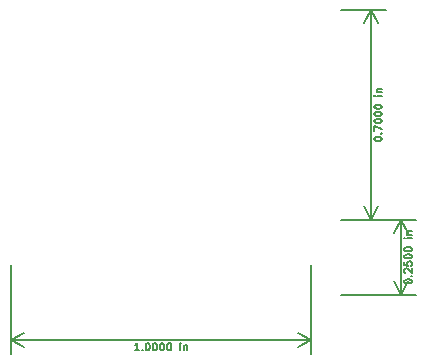
<source format=gbr>
G04 #@! TF.FileFunction,Drawing*
%FSLAX46Y46*%
G04 Gerber Fmt 4.6, Leading zero omitted, Abs format (unit mm)*
G04 Created by KiCad (PCBNEW 4.0.0-rc1-stable) date 10/19/2015 11:16:31 PM*
%MOMM*%
G01*
G04 APERTURE LIST*
%ADD10C,0.100000*%
%ADD11C,0.152400*%
G04 APERTURE END LIST*
D10*
D11*
X137840357Y-134259562D02*
X137477499Y-134259562D01*
X137658928Y-134259562D02*
X137658928Y-133624562D01*
X137598452Y-133715276D01*
X137537976Y-133775752D01*
X137477499Y-133805990D01*
X138112499Y-134199086D02*
X138142738Y-134229324D01*
X138112499Y-134259562D01*
X138082261Y-134229324D01*
X138112499Y-134199086D01*
X138112499Y-134259562D01*
X138535833Y-133624562D02*
X138596309Y-133624562D01*
X138656785Y-133654800D01*
X138687023Y-133685038D01*
X138717261Y-133745514D01*
X138747500Y-133866467D01*
X138747500Y-134017657D01*
X138717261Y-134138610D01*
X138687023Y-134199086D01*
X138656785Y-134229324D01*
X138596309Y-134259562D01*
X138535833Y-134259562D01*
X138475357Y-134229324D01*
X138445119Y-134199086D01*
X138414880Y-134138610D01*
X138384642Y-134017657D01*
X138384642Y-133866467D01*
X138414880Y-133745514D01*
X138445119Y-133685038D01*
X138475357Y-133654800D01*
X138535833Y-133624562D01*
X139140595Y-133624562D02*
X139201071Y-133624562D01*
X139261547Y-133654800D01*
X139291785Y-133685038D01*
X139322023Y-133745514D01*
X139352262Y-133866467D01*
X139352262Y-134017657D01*
X139322023Y-134138610D01*
X139291785Y-134199086D01*
X139261547Y-134229324D01*
X139201071Y-134259562D01*
X139140595Y-134259562D01*
X139080119Y-134229324D01*
X139049881Y-134199086D01*
X139019642Y-134138610D01*
X138989404Y-134017657D01*
X138989404Y-133866467D01*
X139019642Y-133745514D01*
X139049881Y-133685038D01*
X139080119Y-133654800D01*
X139140595Y-133624562D01*
X139745357Y-133624562D02*
X139805833Y-133624562D01*
X139866309Y-133654800D01*
X139896547Y-133685038D01*
X139926785Y-133745514D01*
X139957024Y-133866467D01*
X139957024Y-134017657D01*
X139926785Y-134138610D01*
X139896547Y-134199086D01*
X139866309Y-134229324D01*
X139805833Y-134259562D01*
X139745357Y-134259562D01*
X139684881Y-134229324D01*
X139654643Y-134199086D01*
X139624404Y-134138610D01*
X139594166Y-134017657D01*
X139594166Y-133866467D01*
X139624404Y-133745514D01*
X139654643Y-133685038D01*
X139684881Y-133654800D01*
X139745357Y-133624562D01*
X140350119Y-133624562D02*
X140410595Y-133624562D01*
X140471071Y-133654800D01*
X140501309Y-133685038D01*
X140531547Y-133745514D01*
X140561786Y-133866467D01*
X140561786Y-134017657D01*
X140531547Y-134138610D01*
X140501309Y-134199086D01*
X140471071Y-134229324D01*
X140410595Y-134259562D01*
X140350119Y-134259562D01*
X140289643Y-134229324D01*
X140259405Y-134199086D01*
X140229166Y-134138610D01*
X140198928Y-134017657D01*
X140198928Y-133866467D01*
X140229166Y-133745514D01*
X140259405Y-133685038D01*
X140289643Y-133654800D01*
X140350119Y-133624562D01*
X141317738Y-134259562D02*
X141317738Y-133836229D01*
X141317738Y-133624562D02*
X141287500Y-133654800D01*
X141317738Y-133685038D01*
X141347977Y-133654800D01*
X141317738Y-133624562D01*
X141317738Y-133685038D01*
X141620119Y-133836229D02*
X141620119Y-134259562D01*
X141620119Y-133896705D02*
X141650358Y-133866467D01*
X141710834Y-133836229D01*
X141801548Y-133836229D01*
X141862024Y-133866467D01*
X141892262Y-133926943D01*
X141892262Y-134259562D01*
X127000000Y-133350000D02*
X152400000Y-133350000D01*
X127000000Y-127000000D02*
X127000000Y-134594600D01*
X152400000Y-127000000D02*
X152400000Y-134594600D01*
X152400000Y-133350000D02*
X151273496Y-133936421D01*
X152400000Y-133350000D02*
X151273496Y-132763579D01*
X127000000Y-133350000D02*
X128126504Y-133936421D01*
X127000000Y-133350000D02*
X128126504Y-132763579D01*
X160294562Y-128436310D02*
X160294562Y-128375834D01*
X160324800Y-128315358D01*
X160355038Y-128285120D01*
X160415514Y-128254882D01*
X160536467Y-128224643D01*
X160687657Y-128224643D01*
X160808610Y-128254882D01*
X160869086Y-128285120D01*
X160899324Y-128315358D01*
X160929562Y-128375834D01*
X160929562Y-128436310D01*
X160899324Y-128496786D01*
X160869086Y-128527024D01*
X160808610Y-128557263D01*
X160687657Y-128587501D01*
X160536467Y-128587501D01*
X160415514Y-128557263D01*
X160355038Y-128527024D01*
X160324800Y-128496786D01*
X160294562Y-128436310D01*
X160869086Y-127952501D02*
X160899324Y-127922262D01*
X160929562Y-127952501D01*
X160899324Y-127982739D01*
X160869086Y-127952501D01*
X160929562Y-127952501D01*
X160355038Y-127680358D02*
X160324800Y-127650120D01*
X160294562Y-127589643D01*
X160294562Y-127438453D01*
X160324800Y-127377977D01*
X160355038Y-127347739D01*
X160415514Y-127317500D01*
X160475990Y-127317500D01*
X160566705Y-127347739D01*
X160929562Y-127710596D01*
X160929562Y-127317500D01*
X160294562Y-126742977D02*
X160294562Y-127045358D01*
X160596943Y-127075596D01*
X160566705Y-127045358D01*
X160536467Y-126984881D01*
X160536467Y-126833691D01*
X160566705Y-126773215D01*
X160596943Y-126742977D01*
X160657419Y-126712738D01*
X160808610Y-126712738D01*
X160869086Y-126742977D01*
X160899324Y-126773215D01*
X160929562Y-126833691D01*
X160929562Y-126984881D01*
X160899324Y-127045358D01*
X160869086Y-127075596D01*
X160294562Y-126319643D02*
X160294562Y-126259167D01*
X160324800Y-126198691D01*
X160355038Y-126168453D01*
X160415514Y-126138215D01*
X160536467Y-126107976D01*
X160687657Y-126107976D01*
X160808610Y-126138215D01*
X160869086Y-126168453D01*
X160899324Y-126198691D01*
X160929562Y-126259167D01*
X160929562Y-126319643D01*
X160899324Y-126380119D01*
X160869086Y-126410357D01*
X160808610Y-126440596D01*
X160687657Y-126470834D01*
X160536467Y-126470834D01*
X160415514Y-126440596D01*
X160355038Y-126410357D01*
X160324800Y-126380119D01*
X160294562Y-126319643D01*
X160294562Y-125714881D02*
X160294562Y-125654405D01*
X160324800Y-125593929D01*
X160355038Y-125563691D01*
X160415514Y-125533453D01*
X160536467Y-125503214D01*
X160687657Y-125503214D01*
X160808610Y-125533453D01*
X160869086Y-125563691D01*
X160899324Y-125593929D01*
X160929562Y-125654405D01*
X160929562Y-125714881D01*
X160899324Y-125775357D01*
X160869086Y-125805595D01*
X160808610Y-125835834D01*
X160687657Y-125866072D01*
X160536467Y-125866072D01*
X160415514Y-125835834D01*
X160355038Y-125805595D01*
X160324800Y-125775357D01*
X160294562Y-125714881D01*
X160929562Y-124747262D02*
X160506229Y-124747262D01*
X160294562Y-124747262D02*
X160324800Y-124777500D01*
X160355038Y-124747262D01*
X160324800Y-124717023D01*
X160294562Y-124747262D01*
X160355038Y-124747262D01*
X160506229Y-124444881D02*
X160929562Y-124444881D01*
X160566705Y-124444881D02*
X160536467Y-124414642D01*
X160506229Y-124354166D01*
X160506229Y-124263452D01*
X160536467Y-124202976D01*
X160596943Y-124172738D01*
X160929562Y-124172738D01*
X160020000Y-129540000D02*
X160020000Y-123190000D01*
X154940000Y-129540000D02*
X161264600Y-129540000D01*
X154940000Y-123190000D02*
X161264600Y-123190000D01*
X160020000Y-123190000D02*
X160606421Y-124316504D01*
X160020000Y-123190000D02*
X159433579Y-124316504D01*
X160020000Y-129540000D02*
X160606421Y-128413496D01*
X160020000Y-129540000D02*
X159433579Y-128413496D01*
X157754562Y-116371310D02*
X157754562Y-116310834D01*
X157784800Y-116250358D01*
X157815038Y-116220120D01*
X157875514Y-116189882D01*
X157996467Y-116159643D01*
X158147657Y-116159643D01*
X158268610Y-116189882D01*
X158329086Y-116220120D01*
X158359324Y-116250358D01*
X158389562Y-116310834D01*
X158389562Y-116371310D01*
X158359324Y-116431786D01*
X158329086Y-116462024D01*
X158268610Y-116492263D01*
X158147657Y-116522501D01*
X157996467Y-116522501D01*
X157875514Y-116492263D01*
X157815038Y-116462024D01*
X157784800Y-116431786D01*
X157754562Y-116371310D01*
X158329086Y-115887501D02*
X158359324Y-115857262D01*
X158389562Y-115887501D01*
X158359324Y-115917739D01*
X158329086Y-115887501D01*
X158389562Y-115887501D01*
X157754562Y-115645596D02*
X157754562Y-115222262D01*
X158389562Y-115494405D01*
X157754562Y-114859405D02*
X157754562Y-114798929D01*
X157784800Y-114738453D01*
X157815038Y-114708215D01*
X157875514Y-114677977D01*
X157996467Y-114647738D01*
X158147657Y-114647738D01*
X158268610Y-114677977D01*
X158329086Y-114708215D01*
X158359324Y-114738453D01*
X158389562Y-114798929D01*
X158389562Y-114859405D01*
X158359324Y-114919881D01*
X158329086Y-114950119D01*
X158268610Y-114980358D01*
X158147657Y-115010596D01*
X157996467Y-115010596D01*
X157875514Y-114980358D01*
X157815038Y-114950119D01*
X157784800Y-114919881D01*
X157754562Y-114859405D01*
X157754562Y-114254643D02*
X157754562Y-114194167D01*
X157784800Y-114133691D01*
X157815038Y-114103453D01*
X157875514Y-114073215D01*
X157996467Y-114042976D01*
X158147657Y-114042976D01*
X158268610Y-114073215D01*
X158329086Y-114103453D01*
X158359324Y-114133691D01*
X158389562Y-114194167D01*
X158389562Y-114254643D01*
X158359324Y-114315119D01*
X158329086Y-114345357D01*
X158268610Y-114375596D01*
X158147657Y-114405834D01*
X157996467Y-114405834D01*
X157875514Y-114375596D01*
X157815038Y-114345357D01*
X157784800Y-114315119D01*
X157754562Y-114254643D01*
X157754562Y-113649881D02*
X157754562Y-113589405D01*
X157784800Y-113528929D01*
X157815038Y-113498691D01*
X157875514Y-113468453D01*
X157996467Y-113438214D01*
X158147657Y-113438214D01*
X158268610Y-113468453D01*
X158329086Y-113498691D01*
X158359324Y-113528929D01*
X158389562Y-113589405D01*
X158389562Y-113649881D01*
X158359324Y-113710357D01*
X158329086Y-113740595D01*
X158268610Y-113770834D01*
X158147657Y-113801072D01*
X157996467Y-113801072D01*
X157875514Y-113770834D01*
X157815038Y-113740595D01*
X157784800Y-113710357D01*
X157754562Y-113649881D01*
X158389562Y-112682262D02*
X157966229Y-112682262D01*
X157754562Y-112682262D02*
X157784800Y-112712500D01*
X157815038Y-112682262D01*
X157784800Y-112652023D01*
X157754562Y-112682262D01*
X157815038Y-112682262D01*
X157966229Y-112379881D02*
X158389562Y-112379881D01*
X158026705Y-112379881D02*
X157996467Y-112349642D01*
X157966229Y-112289166D01*
X157966229Y-112198452D01*
X157996467Y-112137976D01*
X158056943Y-112107738D01*
X158389562Y-112107738D01*
X157480000Y-123190000D02*
X157480000Y-105410000D01*
X154940000Y-123190000D02*
X158724600Y-123190000D01*
X154940000Y-105410000D02*
X158724600Y-105410000D01*
X157480000Y-105410000D02*
X158066421Y-106536504D01*
X157480000Y-105410000D02*
X156893579Y-106536504D01*
X157480000Y-123190000D02*
X158066421Y-122063496D01*
X157480000Y-123190000D02*
X156893579Y-122063496D01*
M02*

</source>
